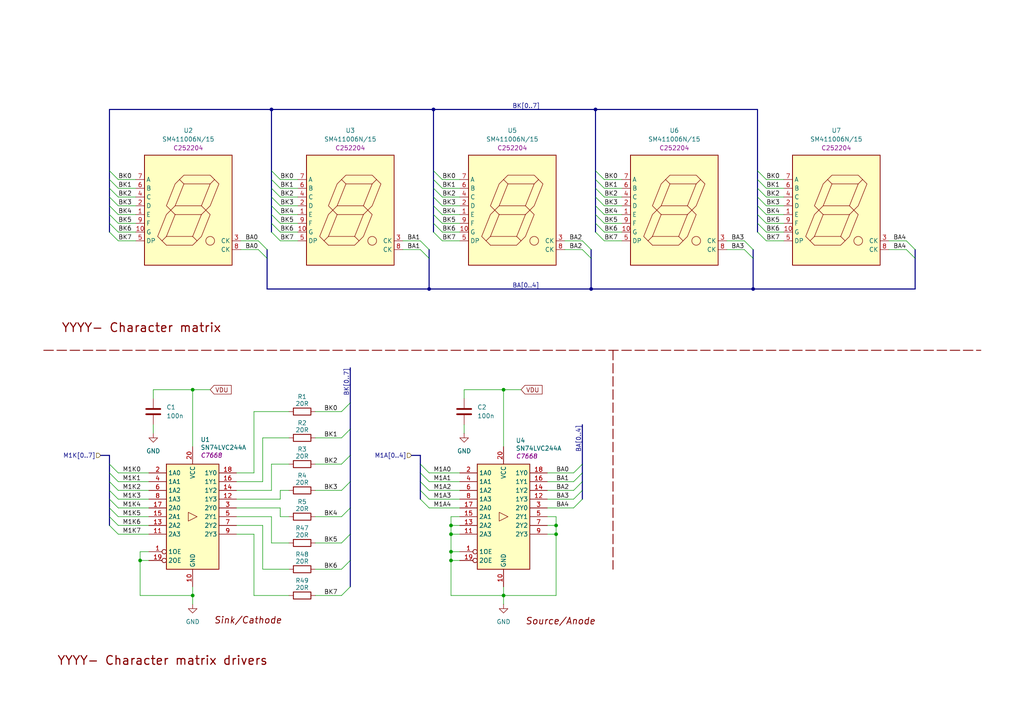
<source format=kicad_sch>
(kicad_sch (version 20250114) (generator "eeschema") (generator_version "9.0")
  (paper "A4")
  (title_block (title "YYYY- Character Matrix & Drivers ") (date "2025-10-24") (rev "v0.0") (company "Rajath Katker") (comment 4 "Final verification pending"))
  (lib_symbols
    (symbol "74xx:74AHC244"
      (property "Reference" "U" (at -7.62 16.51 0))
      (property "Value" "74AHC244" (at -7.62 -16.51 0))
      (symbol "74AHC244_1_0"
        (polyline (pts (xy 1.27 0) (xy -1.27 1.27) (xy -1.27 -1.27) (xy 1.27 0)) (stroke (width 0.1524)))
        (pin input line (at -12.7 12.7 0) (length 5.08) (name "1A0") (number "2"))
        (pin input line (at -12.7 10.16 0) (length 5.08) (name "1A1") (number "4"))
        (pin input line (at -12.7 7.62 0) (length 5.08) (name "1A2") (number "6"))
        (pin input line (at -12.7 5.08 0) (length 5.08) (name "1A3") (number "8"))
        (pin input line (at -12.7 2.54 0) (length 5.08) (name "2A0") (number "17"))
        (pin input line (at -12.7 0 0) (length 5.08) (name "2A1") (number "15"))
        (pin input line (at -12.7 -2.54 0) (length 5.08) (name "2A2") (number "13"))
        (pin input line (at -12.7 -5.08 0) (length 5.08) (name "2A3") (number "11"))
        (pin input inverted (at -12.7 -10.16 0) (length 5.08) (name "1OE") (number "1"))
        (pin input inverted (at -12.7 -12.7 0) (length 5.08) (name "2OE") (number "19"))
        (pin power_in line (at 0 20.32 270) (length 5.08) (name "VCC") (number "20"))
        (pin power_in line (at 0 -20.32 90) (length 5.08) (name "GND") (number "10"))
        (pin tri_state line (at 12.7 12.7 180) (length 5.08) (name "1Y0") (number "18"))
        (pin tri_state line (at 12.7 10.16 180) (length 5.08) (name "1Y1") (number "16"))
        (pin tri_state line (at 12.7 7.62 180) (length 5.08) (name "1Y2") (number "14"))
        (pin tri_state line (at 12.7 5.08 180) (length 5.08) (name "1Y3") (number "12"))
        (pin tri_state line (at 12.7 2.54 180) (length 5.08) (name "2Y0") (number "3"))
        (pin tri_state line (at 12.7 0 180) (length 5.08) (name "2Y1") (number "5"))
        (pin tri_state line (at 12.7 -2.54 180) (length 5.08) (name "2Y2") (number "7"))
        (pin tri_state line (at 12.7 -5.08 180) (length 5.08) (name "2Y3") (number "9"))
      )
      (symbol "74AHC244_1_1"
        (rectangle (start -7.62 15.24) (end 7.62 -15.24) (stroke (width 0.254)) (fill (type background)))
      )
    )
    (symbol "Device:C" (pin_numbers (hide yes)) (pin_names (offset 0.254))
      (property "Reference" "C" (at 0.635 2.54 0))
      (property "Value" "C" (at 0.635 -2.54 0))
      (symbol "C_0_1"
        (polyline (pts (xy -2.032 0.762) (xy 2.032 0.762)) (stroke (width 0.508)))
        (polyline (pts (xy -2.032 -0.762) (xy 2.032 -0.762)) (stroke (width 0.508)))
      )
      (symbol "C_1_1"
        (pin passive line (at 0 3.81 270) (length 2.794) (name "~") (number "1"))
        (pin passive line (at 0 -3.81 90) (length 2.794) (name "~") (number "2"))
      )
    )
    (symbol "Device:R" (pin_numbers (hide yes)) (pin_names (offset 0))
      (property "Reference" "R" (at 2.032 0 90))
      (property "Value" "R" (at 0 0 90))
      (symbol "R_0_1"
        (rectangle (start -1.016 -2.54) (end 1.016 2.54) (stroke (width 0.254)))
      )
      (symbol "R_1_1"
        (pin passive line (at 0 3.81 270) (length 1.27) (name "~") (number "1"))
        (pin passive line (at 0 -3.81 90) (length 1.27) (name "~") (number "2"))
      )
    )
    (symbol "power:GND" (power) (pin_numbers (hide yes)) (pin_names (offset 0) (hide yes))
      (property "Value" "GND" (at 0 -3.81 0))
      (symbol "GND_0_1"
        (polyline (pts (xy 0 0) (xy 0 -1.27) (xy 1.27 -1.27) (xy 0 -2.54) (xy -1.27 -1.27) (xy 0 -1.27)))
      )
      (symbol "GND_1_1"
        (pin power_in line (at 0 0 270) (length 0) (name "~") (number "1"))
      )
    )
    (symbol "precision_clock:SM411006N/15"
      (property "Reference" "U" (at 0 21.844 0))
      (property "Value" "SM411006N/15" (at 0 19.812 0))
      (symbol "SM411006N/15_0_1"
        (polyline (pts (xy -7.62 -8.89) (xy -6.35 -7.62)))
        (polyline (pts (xy -7.62 -8.89) (xy -6.35 -10.16)))
        (polyline (pts (xy -6.35 -7.62) (xy -3.81 -1.27)))
        (polyline (pts (xy -6.35 -7.62) (xy 1.27 -7.62)))
        (polyline (pts (xy -6.35 -10.16) (xy 1.27 -10.16) (xy 2.54 -8.89)))
        (polyline (pts (xy -5.08 0) (xy -6.35 -1.27) (xy -8.89 -7.62) (xy -7.62 -8.89)))
        (polyline (pts (xy -3.81 1.27) (xy -5.08 0)))
        (polyline (pts (xy -3.81 1.27) (xy 3.81 1.27)))
        (polyline (pts (xy -3.81 -1.27) (xy -5.08 0)))
        (polyline (pts (xy -3.81 -1.27) (xy 3.81 -1.27)))
        (polyline (pts (xy -2.54 8.89) (xy -3.81 7.62) (xy -6.35 1.27) (xy -5.08 0)))
        (polyline (pts (xy 1.27 -7.62) (xy 2.54 -8.89)))
        (polyline (pts (xy 2.54 -8.89) (xy 3.81 -7.62) (xy 6.35 -1.27) (xy 5.08 0)))
        (polyline (pts (xy 3.81 1.27) (xy 5.08 0)))
        (polyline (pts (xy 3.81 -1.27) (xy 1.27 -7.62)))
        (polyline (pts (xy 5.08 0) (xy 3.81 -1.27)))
        (polyline (pts (xy 5.08 0) (xy 6.35 1.27) (xy 8.89 7.62) (xy 7.62 8.89)))
        (polyline (pts (xy 6.35 7.62) (xy 3.81 1.27)))
        (polyline (pts (xy 6.35 7.62) (xy -1.27 7.62) (xy -3.81 1.27)))
        (polyline (pts (xy 6.35 7.62) (xy 7.62 8.89) (xy 6.35 10.16) (xy -1.27 10.16) (xy -2.54 8.89) (xy -1.27 7.62)))
        (circle (center 6.35 -8.89) (radius 1.27))
      )
      (symbol "SM411006N/15_1_1"
        (rectangle (start -12.7 15.9543) (end 12.7 -15.9544) (stroke (width 0.254)) (fill (type color) (color 255 255 194 1)))
        (pin input line (at -15.24 8.89 0) (length 2.54) (name "A") (number "7"))
        (pin input line (at -15.24 6.35 0) (length 2.54) (name "B") (number "6"))
        (pin input line (at -15.24 3.81 0) (length 2.54) (name "C") (number "4"))
        (pin input line (at -15.24 1.27 0) (length 2.54) (name "D") (number "2"))
        (pin input line (at -15.24 -1.27 0) (length 2.54) (name "E") (number "1"))
        (pin input line (at -15.24 -3.81 0) (length 2.54) (name "F") (number "9"))
        (pin input line (at -15.24 -6.35 0) (length 2.54) (name "G") (number "10"))
        (pin input line (at -15.24 -8.89 0) (length 2.54) (name "DP") (number "5"))
        (pin input line (at 15.24 -8.89 180) (length 2.54) (name "CK") (number "3"))
        (pin input line (at 15.24 -11.43 180) (length 2.54) (name "CK") (number "8"))
      )
    )
  )
  (text "Sink/Cathode " (at 72.644 180.086 0) (effects (font (size 1.905 1.905) (thickness 0.2381) (italic yes))))
  (text "Source/Anode" (at 162.56 180.34 0) (effects (font (size 1.905 1.905) (thickness 0.2381) (italic yes))))
  (text "YYYY- Character matrix" (at 17.78 95.25 0) (effects (font (size 2.54 2.54) (thickness 0.3175)) (justify left)))
  (text "YYYY- Character matrix drivers " (at 16.51 191.77 0) (effects (font (size 2.54 2.54) (thickness 0.3175)) (justify left)))
  (junction (at 146.05 172.72))
  (junction (at 130.81 152.4))
  (junction (at 172.72 31.75))
  (junction (at 125.73 31.75))
  (junction (at 161.29 152.4))
  (junction (at 130.81 160.02))
  (junction (at 40.64 162.56))
  (junction (at 55.88 172.72))
  (junction (at 55.88 113.03))
  (junction (at 161.29 154.94))
  (junction (at 78.74 31.75))
  (junction (at 218.44 83.82))
  (junction (at 130.81 162.56))
  (junction (at 130.81 154.94))
  (junction (at 171.45 83.82))
  (junction (at 124.46 83.82))
  (junction (at 146.05 113.03))
  (bus_entry (at 31.75 142.24) (size 2.54 2.54))
  (bus_entry (at 168.91 139.7) (size -2.54 2.54))
  (bus_entry (at 101.6 116.84) (size -2.54 2.54))
  (bus_entry (at 31.75 67.31) (size 2.54 2.54))
  (bus_entry (at 172.72 49.53) (size 2.54 2.54))
  (bus_entry (at 218.44 74.93) (size -2.54 -2.54))
  (bus_entry (at 101.6 154.94) (size -2.54 2.54))
  (bus_entry (at 172.72 57.15) (size 2.54 2.54))
  (bus_entry (at 31.75 52.07) (size 2.54 2.54))
  (bus_entry (at 101.6 162.56) (size -2.54 2.54))
  (bus_entry (at 124.46 74.93) (size -2.54 -2.54))
  (bus_entry (at 172.72 67.31) (size 2.54 2.54))
  (bus_entry (at 172.72 62.23) (size 2.54 2.54))
  (bus_entry (at 124.46 72.39) (size -2.54 -2.54))
  (bus_entry (at 31.75 139.7) (size 2.54 2.54))
  (bus_entry (at 78.74 62.23) (size 2.54 2.54))
  (bus_entry (at 101.6 132.08) (size -2.54 2.54))
  (bus_entry (at 31.75 64.77) (size 2.54 2.54))
  (bus_entry (at 78.74 59.69) (size 2.54 2.54))
  (bus_entry (at 31.75 54.61) (size 2.54 2.54))
  (bus_entry (at 78.74 52.07) (size 2.54 2.54))
  (bus_entry (at 219.71 62.23) (size 2.54 2.54))
  (bus_entry (at 31.75 137.16) (size 2.54 2.54))
  (bus_entry (at 168.91 137.16) (size -2.54 2.54))
  (bus_entry (at 125.73 57.15) (size 2.54 2.54))
  (bus_entry (at 78.74 64.77) (size 2.54 2.54))
  (bus_entry (at 101.6 170.18) (size -2.54 2.54))
  (bus_entry (at 77.47 74.93) (size -2.54 -2.54))
  (bus_entry (at 125.73 62.23) (size 2.54 2.54))
  (bus_entry (at 101.6 139.7) (size -2.54 2.54))
  (bus_entry (at 31.75 149.86) (size 2.54 2.54))
  (bus_entry (at 172.72 64.77) (size 2.54 2.54))
  (bus_entry (at 172.72 54.61) (size 2.54 2.54))
  (bus_entry (at 219.71 52.07) (size 2.54 2.54))
  (bus_entry (at 219.71 59.69) (size 2.54 2.54))
  (bus_entry (at 172.72 59.69) (size 2.54 2.54))
  (bus_entry (at 78.74 49.53) (size 2.54 2.54))
  (bus_entry (at 121.92 139.7) (size 2.54 2.54))
  (bus_entry (at 101.6 124.46) (size -2.54 2.54))
  (bus_entry (at 171.45 72.39) (size -2.54 -2.54))
  (bus_entry (at 31.75 49.53) (size 2.54 2.54))
  (bus_entry (at 125.73 59.69) (size 2.54 2.54))
  (bus_entry (at 219.71 49.53) (size 2.54 2.54))
  (bus_entry (at 218.44 72.39) (size -2.54 -2.54))
  (bus_entry (at 125.73 52.07) (size 2.54 2.54))
  (bus_entry (at 31.75 57.15) (size 2.54 2.54))
  (bus_entry (at 125.73 49.53) (size 2.54 2.54))
  (bus_entry (at 219.71 64.77) (size 2.54 2.54))
  (bus_entry (at 172.72 52.07) (size 2.54 2.54))
  (bus_entry (at 219.71 67.31) (size 2.54 2.54))
  (bus_entry (at 77.47 72.39) (size -2.54 -2.54))
  (bus_entry (at 219.71 54.61) (size 2.54 2.54))
  (bus_entry (at 78.74 57.15) (size 2.54 2.54))
  (bus_entry (at 101.6 147.32) (size -2.54 2.54))
  (bus_entry (at 168.91 134.62) (size -2.54 2.54))
  (bus_entry (at 171.45 74.93) (size -2.54 -2.54))
  (bus_entry (at 125.73 67.31) (size 2.54 2.54))
  (bus_entry (at 219.71 57.15) (size 2.54 2.54))
  (bus_entry (at 31.75 152.4) (size 2.54 2.54))
  (bus_entry (at 121.92 142.24) (size 2.54 2.54))
  (bus_entry (at 31.75 144.78) (size 2.54 2.54))
  (bus_entry (at 125.73 54.61) (size 2.54 2.54))
  (bus_entry (at 78.74 67.31) (size 2.54 2.54))
  (bus_entry (at 31.75 134.62) (size 2.54 2.54))
  (bus_entry (at 31.75 147.32) (size 2.54 2.54))
  (bus_entry (at 31.75 59.69) (size 2.54 2.54))
  (bus_entry (at 265.43 72.39) (size -2.54 -2.54))
  (bus_entry (at 121.92 137.16) (size 2.54 2.54))
  (bus_entry (at 168.91 144.78) (size -2.54 2.54))
  (bus_entry (at 121.92 144.78) (size 2.54 2.54))
  (bus_entry (at 121.92 134.62) (size 2.54 2.54))
  (bus_entry (at 265.43 74.93) (size -2.54 -2.54))
  (bus_entry (at 125.73 64.77) (size 2.54 2.54))
  (bus_entry (at 31.75 62.23) (size 2.54 2.54))
  (bus_entry (at 78.74 54.61) (size 2.54 2.54))
  (bus_entry (at 168.91 142.24) (size -2.54 2.54))
  (wire (pts (xy 128.27 62.23) (xy 133.35 62.23)))
  (bus (pts (xy 125.73 49.53) (xy 125.73 52.07)))
  (wire (pts (xy 222.25 52.07) (xy 227.33 52.07)))
  (wire (pts (xy 34.29 144.78) (xy 43.18 144.78)))
  (wire (pts (xy 158.75 139.7) (xy 166.37 139.7)))
  (wire (pts (xy 34.29 149.86) (xy 43.18 149.86)))
  (wire (pts (xy 210.82 69.85) (xy 215.9 69.85)))
  (bus (pts (xy 219.71 52.07) (xy 219.71 54.61)))
  (wire (pts (xy 151.13 113.03) (xy 146.05 113.03)))
  (wire (pts (xy 81.28 67.31) (xy 86.36 67.31)))
  (wire (pts (xy 134.62 113.03) (xy 146.05 113.03)))
  (bus (pts (xy 121.92 132.08) (xy 121.92 134.62)))
  (bus (pts (xy 31.75 142.24) (xy 31.75 144.78)))
  (wire (pts (xy 73.66 154.94) (xy 68.58 154.94)))
  (wire (pts (xy 130.81 160.02) (xy 130.81 162.56)))
  (wire (pts (xy 175.26 67.31) (xy 180.34 67.31)))
  (wire (pts (xy 68.58 139.7) (xy 76.2 139.7)))
  (wire (pts (xy 81.28 57.15) (xy 86.36 57.15)))
  (bus (pts (xy 31.75 134.62) (xy 31.75 137.16)))
  (wire (pts (xy 128.27 64.77) (xy 133.35 64.77)))
  (bus (pts (xy 172.72 59.69) (xy 172.72 62.23)))
  (wire (pts (xy 124.46 137.16) (xy 133.35 137.16)))
  (bus (pts (xy 77.47 74.93) (xy 77.47 83.82)))
  (wire (pts (xy 81.28 62.23) (xy 86.36 62.23)))
  (bus (pts (xy 78.74 57.15) (xy 78.74 59.69)))
  (wire (pts (xy 128.27 54.61) (xy 133.35 54.61)))
  (wire (pts (xy 128.27 69.85) (xy 133.35 69.85)))
  (bus (pts (xy 124.46 74.93) (xy 124.46 83.82)))
  (wire (pts (xy 146.05 113.03) (xy 146.05 129.54)))
  (bus (pts (xy 77.47 83.82) (xy 124.46 83.82)))
  (wire (pts (xy 257.81 72.39) (xy 262.89 72.39)))
  (wire (pts (xy 158.75 149.86) (xy 161.29 149.86)))
  (bus (pts (xy 124.46 72.39) (xy 124.46 74.93)))
  (wire (pts (xy 161.29 149.86) (xy 161.29 152.4)))
  (wire (pts (xy 163.83 69.85) (xy 168.91 69.85)))
  (wire (pts (xy 124.46 144.78) (xy 133.35 144.78)))
  (bus (pts (xy 31.75 62.23) (xy 31.75 64.77)))
  (bus (pts (xy 218.44 74.93) (xy 218.44 83.82)))
  (wire (pts (xy 81.28 69.85) (xy 86.36 69.85)))
  (wire (pts (xy 73.66 137.16) (xy 73.66 119.38)))
  (wire (pts (xy 91.44 142.24) (xy 99.06 142.24)))
  (bus (pts (xy 121.92 142.24) (xy 121.92 144.78)))
  (bus (pts (xy 31.75 59.69) (xy 31.75 62.23)))
  (wire (pts (xy 60.96 113.03) (xy 55.88 113.03)))
  (wire (pts (xy 34.29 69.85) (xy 39.37 69.85)))
  (wire (pts (xy 175.26 54.61) (xy 180.34 54.61)))
  (wire (pts (xy 210.82 72.39) (xy 215.9 72.39)))
  (wire (pts (xy 68.58 149.86) (xy 78.74 149.86)))
  (wire (pts (xy 130.81 149.86) (xy 133.35 149.86)))
  (wire (pts (xy 175.26 52.07) (xy 180.34 52.07)))
  (wire (pts (xy 81.28 147.32) (xy 81.28 149.86)))
  (bus (pts (xy 29.21 132.08) (xy 31.75 132.08)))
  (bus (pts (xy 31.75 139.7) (xy 31.75 142.24)))
  (bus (pts (xy 219.71 49.53) (xy 219.71 52.07)))
  (bus (pts (xy 78.74 59.69) (xy 78.74 62.23)))
  (wire (pts (xy 158.75 154.94) (xy 161.29 154.94)))
  (bus (pts (xy 121.92 137.16) (xy 121.92 139.7)))
  (wire (pts (xy 128.27 59.69) (xy 133.35 59.69)))
  (bus (pts (xy 31.75 137.16) (xy 31.75 139.7)))
  (bus (pts (xy 101.6 116.84) (xy 101.6 124.46)))
  (bus (pts (xy 101.6 124.46) (xy 101.6 132.08)))
  (bus (pts (xy 125.73 62.23) (xy 125.73 64.77)))
  (wire (pts (xy 34.29 152.4) (xy 43.18 152.4)))
  (bus (pts (xy 78.74 52.07) (xy 78.74 54.61)))
  (wire (pts (xy 222.25 69.85) (xy 227.33 69.85)))
  (bus (pts (xy 121.92 134.62) (xy 121.92 137.16)))
  (bus (pts (xy 31.75 149.86) (xy 31.75 152.4)))
  (wire (pts (xy 81.28 52.07) (xy 86.36 52.07)))
  (wire (pts (xy 34.29 62.23) (xy 39.37 62.23)))
  (bus (pts (xy 219.71 64.77) (xy 219.71 67.31)))
  (bus (pts (xy 31.75 31.75) (xy 31.75 49.53)))
  (wire (pts (xy 81.28 144.78) (xy 68.58 144.78)))
  (wire (pts (xy 124.46 147.32) (xy 133.35 147.32)))
  (wire (pts (xy 76.2 165.1) (xy 83.82 165.1)))
  (bus (pts (xy 101.6 106.68) (xy 101.6 116.84)))
  (wire (pts (xy 124.46 142.24) (xy 133.35 142.24)))
  (bus (pts (xy 124.46 83.82) (xy 171.45 83.82)))
  (bus (pts (xy 219.71 62.23) (xy 219.71 64.77)))
  (wire (pts (xy 128.27 57.15) (xy 133.35 57.15)))
  (wire (pts (xy 91.44 172.72) (xy 99.06 172.72)))
  (bus (pts (xy 31.75 132.08) (xy 31.75 134.62)))
  (wire (pts (xy 78.74 149.86) (xy 78.74 157.48)))
  (wire (pts (xy 44.45 113.03) (xy 55.88 113.03)))
  (wire (pts (xy 55.88 170.18) (xy 55.88 172.72)))
  (wire (pts (xy 116.84 69.85) (xy 121.92 69.85)))
  (wire (pts (xy 222.25 64.77) (xy 227.33 64.77)))
  (bus (pts (xy 121.92 139.7) (xy 121.92 142.24)))
  (bus (pts (xy 219.71 31.75) (xy 219.71 49.53)))
  (wire (pts (xy 175.26 69.85) (xy 180.34 69.85)))
  (bus (pts (xy 172.72 31.75) (xy 172.72 49.53)))
  (wire (pts (xy 34.29 54.61) (xy 39.37 54.61)))
  (bus (pts (xy 78.74 62.23) (xy 78.74 64.77)))
  (wire (pts (xy 40.64 162.56) (xy 40.64 172.72)))
  (wire (pts (xy 222.25 59.69) (xy 227.33 59.69)))
  (wire (pts (xy 91.44 127) (xy 99.06 127)))
  (wire (pts (xy 128.27 67.31) (xy 133.35 67.31)))
  (bus (pts (xy 119.38 132.08) (xy 121.92 132.08)))
  (wire (pts (xy 43.18 160.02) (xy 40.64 160.02)))
  (bus (pts (xy 78.74 64.77) (xy 78.74 67.31)))
  (wire (pts (xy 68.58 147.32) (xy 81.28 147.32)))
  (wire (pts (xy 40.64 160.02) (xy 40.64 162.56)))
  (bus (pts (xy 101.6 154.94) (xy 101.6 162.56)))
  (wire (pts (xy 81.28 64.77) (xy 86.36 64.77)))
  (wire (pts (xy 175.26 62.23) (xy 180.34 62.23)))
  (wire (pts (xy 130.81 162.56) (xy 133.35 162.56)))
  (bus (pts (xy 172.72 62.23) (xy 172.72 64.77)))
  (wire (pts (xy 134.62 123.19) (xy 134.62 125.73)))
  (bus (pts (xy 31.75 31.75) (xy 78.74 31.75)))
  (bus (pts (xy 218.44 72.39) (xy 218.44 74.93)))
  (bus (pts (xy 125.73 64.77) (xy 125.73 67.31)))
  (wire (pts (xy 68.58 152.4) (xy 76.2 152.4)))
  (wire (pts (xy 69.85 72.39) (xy 74.93 72.39)))
  (wire (pts (xy 133.35 160.02) (xy 130.81 160.02)))
  (bus (pts (xy 219.71 59.69) (xy 219.71 62.23)))
  (wire (pts (xy 55.88 172.72) (xy 55.88 175.26)))
  (wire (pts (xy 161.29 172.72) (xy 146.05 172.72)))
  (wire (pts (xy 91.44 149.86) (xy 99.06 149.86)))
  (bus (pts (xy 78.74 31.75) (xy 125.73 31.75)))
  (bus (pts (xy 101.6 162.56) (xy 101.6 170.18)))
  (wire (pts (xy 68.58 142.24) (xy 78.74 142.24)))
  (wire (pts (xy 34.29 59.69) (xy 39.37 59.69)))
  (wire (pts (xy 81.28 142.24) (xy 83.82 142.24)))
  (bus (pts (xy 172.72 49.53) (xy 172.72 52.07)))
  (bus (pts (xy 168.91 139.7) (xy 168.91 142.24)))
  (wire (pts (xy 78.74 134.62) (xy 78.74 142.24)))
  (wire (pts (xy 44.45 115.57) (xy 44.45 113.03)))
  (bus (pts (xy 168.91 142.24) (xy 168.91 144.78)))
  (polyline (pts (xy 12.7 101.6) (xy 284.48 101.6)) (stroke (width 0.254) (type dash) (color 132 0 0 1)))
  (bus (pts (xy 219.71 57.15) (xy 219.71 59.69)))
  (wire (pts (xy 257.81 69.85) (xy 262.89 69.85)))
  (bus (pts (xy 77.47 72.39) (xy 77.47 74.93)))
  (wire (pts (xy 175.26 57.15) (xy 180.34 57.15)))
  (bus (pts (xy 265.43 83.82) (xy 265.43 74.93)))
  (wire (pts (xy 128.27 52.07) (xy 133.35 52.07)))
  (wire (pts (xy 175.26 59.69) (xy 180.34 59.69)))
  (bus (pts (xy 31.75 54.61) (xy 31.75 57.15)))
  (bus (pts (xy 172.72 64.77) (xy 172.72 67.31)))
  (wire (pts (xy 78.74 134.62) (xy 83.82 134.62)))
  (wire (pts (xy 81.28 59.69) (xy 86.36 59.69)))
  (wire (pts (xy 34.29 147.32) (xy 43.18 147.32)))
  (wire (pts (xy 161.29 154.94) (xy 161.29 172.72)))
  (wire (pts (xy 222.25 62.23) (xy 227.33 62.23)))
  (wire (pts (xy 146.05 170.18) (xy 146.05 172.72)))
  (wire (pts (xy 130.81 162.56) (xy 130.81 172.72)))
  (bus (pts (xy 31.75 147.32) (xy 31.75 149.86)))
  (bus (pts (xy 31.75 64.77) (xy 31.75 67.31)))
  (bus (pts (xy 125.73 59.69) (xy 125.73 62.23)))
  (bus (pts (xy 78.74 31.75) (xy 78.74 49.53)))
  (bus (pts (xy 125.73 31.75) (xy 125.73 49.53)))
  (wire (pts (xy 34.29 64.77) (xy 39.37 64.77)))
  (wire (pts (xy 91.44 119.38) (xy 99.06 119.38)))
  (wire (pts (xy 34.29 137.16) (xy 43.18 137.16)))
  (polyline (pts (xy 177.8 101.6) (xy 177.8 165.1)) (stroke (width 0.254) (type dash) (color 132 0 0 1)))
  (wire (pts (xy 158.75 137.16) (xy 166.37 137.16)))
  (wire (pts (xy 222.25 57.15) (xy 227.33 57.15)))
  (wire (pts (xy 124.46 139.7) (xy 133.35 139.7)))
  (bus (pts (xy 172.72 57.15) (xy 172.72 59.69)))
  (wire (pts (xy 76.2 152.4) (xy 76.2 165.1)))
  (wire (pts (xy 91.44 157.48) (xy 99.06 157.48)))
  (wire (pts (xy 34.29 57.15) (xy 39.37 57.15)))
  (bus (pts (xy 125.73 57.15) (xy 125.73 59.69)))
  (bus (pts (xy 125.73 54.61) (xy 125.73 57.15)))
  (wire (pts (xy 81.28 149.86) (xy 83.82 149.86)))
  (wire (pts (xy 69.85 69.85) (xy 74.93 69.85)))
  (bus (pts (xy 125.73 52.07) (xy 125.73 54.61)))
  (wire (pts (xy 34.29 67.31) (xy 39.37 67.31)))
  (wire (pts (xy 34.29 154.94) (xy 43.18 154.94)))
  (wire (pts (xy 158.75 144.78) (xy 166.37 144.78)))
  (wire (pts (xy 68.58 137.16) (xy 73.66 137.16)))
  (wire (pts (xy 55.88 113.03) (xy 55.88 129.54)))
  (wire (pts (xy 76.2 139.7) (xy 76.2 127)))
  (bus (pts (xy 101.6 132.08) (xy 101.6 139.7)))
  (wire (pts (xy 130.81 172.72) (xy 146.05 172.72)))
  (bus (pts (xy 125.73 31.75) (xy 172.72 31.75)))
  (bus (pts (xy 31.75 52.07) (xy 31.75 54.61)))
  (wire (pts (xy 44.45 123.19) (xy 44.45 125.73)))
  (wire (pts (xy 130.81 152.4) (xy 133.35 152.4)))
  (bus (pts (xy 219.71 54.61) (xy 219.71 57.15)))
  (bus (pts (xy 265.43 72.39) (xy 265.43 74.93)))
  (bus (pts (xy 168.91 123.19) (xy 168.91 134.62)))
  (wire (pts (xy 175.26 64.77) (xy 180.34 64.77)))
  (wire (pts (xy 73.66 154.94) (xy 73.66 172.72)))
  (bus (pts (xy 168.91 134.62) (xy 168.91 137.16)))
  (bus (pts (xy 218.44 83.82) (xy 265.43 83.82)))
  (wire (pts (xy 34.29 142.24) (xy 43.18 142.24)))
  (wire (pts (xy 158.75 142.24) (xy 166.37 142.24)))
  (wire (pts (xy 161.29 152.4) (xy 161.29 154.94)))
  (bus (pts (xy 171.45 83.82) (xy 218.44 83.82)))
  (bus (pts (xy 172.72 54.61) (xy 172.72 57.15)))
  (bus (pts (xy 31.75 49.53) (xy 31.75 52.07)))
  (wire (pts (xy 222.25 54.61) (xy 227.33 54.61)))
  (bus (pts (xy 31.75 144.78) (xy 31.75 147.32)))
  (bus (pts (xy 172.72 31.75) (xy 219.71 31.75)))
  (wire (pts (xy 81.28 142.24) (xy 81.28 144.78)))
  (bus (pts (xy 172.72 52.07) (xy 172.72 54.61)))
  (bus (pts (xy 171.45 72.39) (xy 171.45 74.93)))
  (wire (pts (xy 81.28 54.61) (xy 86.36 54.61)))
  (wire (pts (xy 76.2 127) (xy 83.82 127)))
  (wire (pts (xy 158.75 147.32) (xy 166.37 147.32)))
  (wire (pts (xy 116.84 72.39) (xy 121.92 72.39)))
  (bus (pts (xy 101.6 147.32) (xy 101.6 154.94)))
  (wire (pts (xy 130.81 154.94) (xy 130.81 152.4)))
  (wire (pts (xy 73.66 119.38) (xy 83.82 119.38)))
  (bus (pts (xy 168.91 137.16) (xy 168.91 139.7)))
  (wire (pts (xy 134.62 115.57) (xy 134.62 113.03)))
  (bus (pts (xy 78.74 54.61) (xy 78.74 57.15)))
  (wire (pts (xy 34.29 139.7) (xy 43.18 139.7)))
  (bus (pts (xy 101.6 139.7) (xy 101.6 147.32)))
  (bus (pts (xy 171.45 74.93) (xy 171.45 83.82)))
  (wire (pts (xy 78.74 157.48) (xy 83.82 157.48)))
  (wire (pts (xy 130.81 160.02) (xy 130.81 154.94)))
  (wire (pts (xy 222.25 67.31) (xy 227.33 67.31)))
  (wire (pts (xy 91.44 165.1) (xy 99.06 165.1)))
  (wire (pts (xy 40.64 172.72) (xy 55.88 172.72)))
  (bus (pts (xy 78.74 49.53) (xy 78.74 52.07)))
  (wire (pts (xy 163.83 72.39) (xy 168.91 72.39)))
  (wire (pts (xy 130.81 154.94) (xy 133.35 154.94)))
  (wire (pts (xy 34.29 52.07) (xy 39.37 52.07)))
  (wire (pts (xy 158.75 152.4) (xy 161.29 152.4)))
  (wire (pts (xy 146.05 172.72) (xy 146.05 175.26)))
  (wire (pts (xy 73.66 172.72) (xy 83.82 172.72)))
  (wire (pts (xy 91.44 134.62) (xy 99.06 134.62)))
  (wire (pts (xy 130.81 152.4) (xy 130.81 149.86)))
  (bus (pts (xy 31.75 57.15) (xy 31.75 59.69)))
  (wire (pts (xy 40.64 162.56) (xy 43.18 162.56)))
  (label "BK4" (at 93.98 149.86 0))
  (label "BK6" (at 34.29 67.31 0))
  (label "BK4" (at 222.25 62.23 0))
  (label "BK3" (at 34.29 59.69 0))
  (label "BA1" (at 161.29 139.7 0))
  (label "BK5" (at 128.27 64.77 0))
  (label "BK1" (at 222.25 54.61 0))
  (label "M1K1" (at 35.56 139.7 0))
  (label "BA1" (at 118.11 72.39 0))
  (label "M1A3" (at 125.73 144.78 0))
  (label "BA[0..4]" (at 168.91 123.19 270))
  (label "BK7" (at 175.26 69.85 0))
  (label "M1A4" (at 125.73 147.32 0))
  (label "BA3" (at 161.29 144.78 0))
  (label "BK5" (at 81.28 64.77 0))
  (label "BK6" (at 81.28 67.31 0))
  (label "M1K0" (at 35.56 137.16 0))
  (label "BK7" (at 222.25 69.85 0))
  (label "BK4" (at 128.27 62.23 0))
  (label "M1A0" (at 125.73 137.16 0))
  (label "BK3" (at 222.25 59.69 0))
  (label "BK6" (at 93.98 165.1 0))
  (label "BK3" (at 81.28 59.69 0))
  (label "M1K6" (at 35.56 152.4 0))
  (label "BA3" (at 212.09 72.39 0))
  (label "BK5" (at 34.29 64.77 0))
  (label "BK3" (at 128.27 59.69 0))
  (label "BA2" (at 165.1 69.85 0))
  (label "BK1" (at 128.27 54.61 0))
  (label "BK5" (at 93.98 157.48 0))
  (label "BK[0..7]" (at 101.6 106.68 270))
  (label "BK0" (at 128.27 52.07 0))
  (label "BK[0..7]" (at 148.59 31.75 0))
  (label "BK2" (at 222.25 57.15 0))
  (label "M1A2" (at 125.73 142.24 0))
  (label "BK0" (at 93.98 119.38 0))
  (label "BA0" (at 71.12 69.85 0))
  (label "M1A1" (at 125.73 139.7 0))
  (label "BK3" (at 175.26 59.69 0))
  (label "M1K5" (at 35.56 149.86 0))
  (label "BK1" (at 81.28 54.61 0))
  (label "BK6" (at 222.25 67.31 0))
  (label "BK1" (at 34.29 54.61 0))
  (label "M1K4" (at 35.56 147.32 0))
  (label "BK7" (at 34.29 69.85 0))
  (label "BA3" (at 212.09 69.85 0))
  (label "BK4" (at 81.28 62.23 0))
  (label "BK0" (at 81.28 52.07 0))
  (label "BK2" (at 128.27 57.15 0))
  (label "BK6" (at 128.27 67.31 0))
  (label "BA4" (at 259.08 72.39 0))
  (label "BK2" (at 93.98 134.62 0))
  (label "BA0" (at 71.12 72.39 0))
  (label "BA0" (at 161.29 137.16 0))
  (label "BK0" (at 175.26 52.07 0))
  (label "BK6" (at 175.26 67.31 0))
  (label "BK7" (at 128.27 69.85 0))
  (label "BK4" (at 175.26 62.23 0))
  (label "BA2" (at 161.29 142.24 0))
  (label "BK5" (at 175.26 64.77 0))
  (label "BK7" (at 93.98 172.72 0))
  (label "M1K7" (at 35.56 154.94 0))
  (label "BK3" (at 93.98 142.24 0))
  (label "BK2" (at 175.26 57.15 0))
  (label "BK1" (at 175.26 54.61 0))
  (label "BA2" (at 165.1 72.39 0))
  (label "BK4" (at 34.29 62.23 0))
  (label "BA[0..4]" (at 148.59 83.82 0))
  (label "BA1" (at 118.11 69.85 0))
  (label "BK5" (at 222.25 64.77 0))
  (label "BA4" (at 161.29 147.32 0))
  (label "BK0" (at 34.29 52.07 0))
  (label "BK0" (at 222.25 52.07 0))
  (label "BK7" (at 81.28 69.85 0))
  (label "BK2" (at 81.28 57.15 0))
  (label "M1K2" (at 35.56 142.24 0))
  (label "BA4" (at 259.08 69.85 0))
  (label "M1K3" (at 35.56 144.78 0))
  (label "BK2" (at 34.29 57.15 0))
  (label "BK1" (at 93.98 127 0))
  (global_label "VDU" (shape input) (at 60.96 113.03 0) (property "Intersheetrefs" "${INTERSHEET_REFS}" (effects (hide yes))))
  (global_label "VDU" (shape input) (at 151.13 113.03 0) (property "Intersheetrefs" "${INTERSHEET_REFS}" (effects (hide yes))))
  (hierarchical_label "M1A[0..4]" (shape input) (at 119.38 132.08 180))
  (hierarchical_label "M1K[0..7]" (shape input) (at 29.21 132.08 180))
  (symbol (lib_id "precision_clock:SM411006N/15") (at 54.61 60.96 0) (unit 1)
    (property "Reference" "U2" (at 54.61 37.846 0))
    (property "Value" "SM411006N/15" (at 54.61 40.386 0))
    (property "Footprint" "precision_clock:SM411006N15" (effects (hide yes)))
    (property "Datasheet" "https://www.lcsc.com/datasheet/C252204.pdf" (effects (hide yes)))
    (property "Description" "25.4 mm (1.0 inch) Single Digit Numeric Display" (effects (hide yes)))
    (property "LCSC" "C252204" (at 54.61 42.926 0))
  )
  (symbol (lib_id "Device:R") (at 87.63 119.38 90) (unit 1)
    (property "Reference" "R1" (at 87.63 115.062 90))
    (property "Value" "20R" (at 87.63 117.094 90))
    (property "Description" "Resistor" (effects (hide yes)))
  )
  (symbol (lib_id "precision_clock:SM411006N/15") (at 242.57 60.96 0) (unit 1)
    (property "Reference" "U7" (at 242.57 37.846 0))
    (property "Value" "SM411006N/15" (at 242.57 40.386 0))
    (property "Footprint" "precision_clock:SM411006N15" (effects (hide yes)))
    (property "Datasheet" "https://www.lcsc.com/datasheet/C252204.pdf" (effects (hide yes)))
    (property "Description" "25.4 mm (1.0 inch) Single Digit Numeric Display" (effects (hide yes)))
    (property "LCSC" "C252204" (at 242.57 42.926 0))
  )
  (symbol (lib_id "Device:R") (at 87.63 134.62 90) (unit 1)
    (property "Reference" "R3" (at 87.63 130.302 90))
    (property "Value" "20R" (at 87.63 132.334 90))
    (property "Description" "Resistor" (effects (hide yes)))
  )
  (symbol (lib_id "Device:C") (at 134.62 119.38 0) (unit 1)
    (property "Reference" "C2" (at 138.43 118.1099 0) (effects (justify left)))
    (property "Value" "100n" (at 138.43 120.6499 0) (effects (justify left)))
    (property "Description" "Unpolarized capacitor" (effects (hide yes)))
  )
  (symbol (lib_id "power:GND") (at 146.05 175.26 0) (unit 1)
    (property "Reference" "#PWR04" (effects (hide yes)))
    (property "Value" "GND" (at 146.05 180.34 0))
    (property "Description" "Power symbol creates a global label with name \"GND\" , ground" (effects (hide yes)))
  )
  (symbol (lib_id "precision_clock:SM411006N/15") (at 148.59 60.96 0) (unit 1)
    (property "Reference" "U5" (at 148.59 37.846 0))
    (property "Value" "SM411006N/15" (at 148.59 40.386 0))
    (property "Footprint" "precision_clock:SM411006N15" (effects (hide yes)))
    (property "Datasheet" "https://www.lcsc.com/datasheet/C252204.pdf" (effects (hide yes)))
    (property "Description" "25.4 mm (1.0 inch) Single Digit Numeric Display" (effects (hide yes)))
    (property "LCSC" "C252204" (at 148.59 42.926 0))
  )
  (symbol (lib_id "power:GND") (at 134.62 125.73 0) (unit 1)
    (property "Reference" "#PWR03" (effects (hide yes)))
    (property "Value" "GND" (at 134.62 130.81 0))
    (property "Description" "Power symbol creates a global label with name \"GND\" , ground" (effects (hide yes)))
  )
  (symbol (lib_id "Device:R") (at 87.63 142.24 90) (unit 1)
    (property "Reference" "R4" (at 87.63 137.922 90))
    (property "Value" "20R" (at 87.63 139.954 90))
    (property "Description" "Resistor" (effects (hide yes)))
  )
  (symbol (lib_id "74xx:74AHC244") (at 146.05 149.86 0) (unit 1)
    (property "Reference" "U4" (at 149.606 127.762 0) (effects (justify left)))
    (property "Value" "SN74LVC244A" (at 149.606 130.048 0) (effects (justify left)))
    (property "Footprint" "Package_SO:TSSOP-20_4.4x6.5mm_P0.65mm" (effects (hide yes)))
    (property "Datasheet" "https://jlcpcb.com/api/file/downloadByFileSystemAccessId/8579714871891714048" (effects (hide yes)))
    (property "Description" "8-bit Buffer/Line Driver 3-state" (effects (hide yes)))
    (property "LCSC" "C7668" (at 149.606 132.334 0) (effects (font (italic yes)) (justify left)))
  )
  (symbol (lib_id "power:GND") (at 44.45 125.73 0) (unit 1)
    (property "Reference" "#PWR01" (effects (hide yes)))
    (property "Value" "GND" (at 44.45 130.81 0))
    (property "Description" "Power symbol creates a global label with name \"GND\" , ground" (effects (hide yes)))
  )
  (symbol (lib_id "Device:R") (at 87.63 157.48 90) (unit 1)
    (property "Reference" "R47" (at 87.63 153.162 90))
    (property "Value" "20R" (at 87.63 155.194 90))
    (property "Description" "Resistor" (effects (hide yes)))
  )
  (symbol (lib_id "Device:C") (at 44.45 119.38 0) (unit 1)
    (property "Reference" "C1" (at 48.26 118.1099 0) (effects (justify left)))
    (property "Value" "100n" (at 48.26 120.6499 0) (effects (justify left)))
    (property "Description" "Unpolarized capacitor" (effects (hide yes)))
  )
  (symbol (lib_id "precision_clock:SM411006N/15") (at 195.58 60.96 0) (unit 1)
    (property "Reference" "U6" (at 195.58 37.846 0))
    (property "Value" "SM411006N/15" (at 195.58 40.386 0))
    (property "Footprint" "precision_clock:SM411006N15" (effects (hide yes)))
    (property "Datasheet" "https://www.lcsc.com/datasheet/C252204.pdf" (effects (hide yes)))
    (property "Description" "25.4 mm (1.0 inch) Single Digit Numeric Display" (effects (hide yes)))
    (property "LCSC" "C252204" (at 195.58 42.926 0))
  )
  (symbol (lib_id "Device:R") (at 87.63 165.1 90) (unit 1)
    (property "Reference" "R48" (at 87.63 160.782 90))
    (property "Value" "20R" (at 87.63 162.814 90))
    (property "Description" "Resistor" (effects (hide yes)))
  )
  (symbol (lib_id "74xx:74AHC244") (at 55.88 149.86 0) (unit 1)
    (property "Reference" "U1" (at 58.166 127.508 0) (effects (justify left)))
    (property "Value" "SN74LVC244A" (at 58.166 129.794 0) (effects (justify left)))
    (property "Footprint" "Package_SO:TSSOP-20_4.4x6.5mm_P0.65mm" (effects (hide yes)))
    (property "Datasheet" "https://jlcpcb.com/api/file/downloadByFileSystemAccessId/8579714871891714048" (effects (hide yes)))
    (property "Description" "8-bit Buffer/Line Driver 3-state" (effects (hide yes)))
    (property "LCSC" "C7668" (at 58.166 132.08 0) (effects (font (italic yes)) (justify left)))
  )
  (symbol (lib_id "Device:R") (at 87.63 127 90) (unit 1)
    (property "Reference" "R2" (at 87.63 122.682 90))
    (property "Value" "20R" (at 87.63 124.714 90))
    (property "Description" "Resistor" (effects (hide yes)))
  )
  (symbol (lib_id "precision_clock:SM411006N/15") (at 101.6 60.96 0) (unit 1)
    (property "Reference" "U3" (at 101.6 37.846 0))
    (property "Value" "SM411006N/15" (at 101.6 40.386 0))
    (property "Footprint" "precision_clock:SM411006N15" (effects (hide yes)))
    (property "Datasheet" "https://www.lcsc.com/datasheet/C252204.pdf" (effects (hide yes)))
    (property "Description" "25.4 mm (1.0 inch) Single Digit Numeric Display" (effects (hide yes)))
    (property "LCSC" "C252204" (at 101.6 42.926 0))
  )
  (symbol (lib_id "Device:R") (at 87.63 149.86 90) (unit 1)
    (property "Reference" "R5" (at 87.63 145.542 90))
    (property "Value" "20R" (at 87.63 147.574 90))
    (property "Description" "Resistor" (effects (hide yes)))
  )
  (symbol (lib_id "Device:R") (at 87.63 172.72 90) (unit 1)
    (property "Reference" "R49" (at 87.63 168.402 90))
    (property "Value" "20R" (at 87.63 170.434 90))
    (property "Description" "Resistor" (effects (hide yes)))
  )
  (symbol (lib_id "power:GND") (at 55.88 175.26 0) (unit 1)
    (property "Reference" "#PWR02" (effects (hide yes)))
    (property "Value" "GND" (at 55.88 180.34 0))
    (property "Description" "Power symbol creates a global label with name \"GND\" , ground" (effects (hide yes)))
  )
)
</source>
